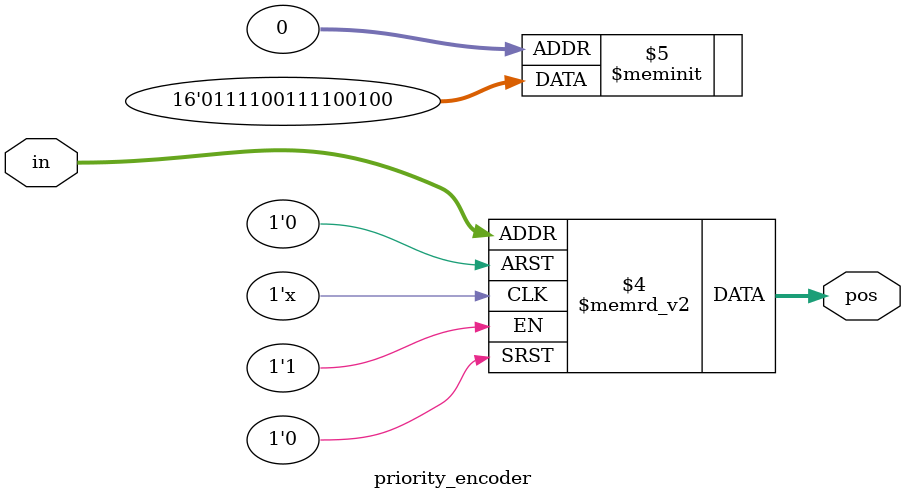
<source format=v>
module priority_encoder( 
input [2:0] in,
output reg [1:0] pos ); 
// When sel=1, assign b to out
always@(in or pos)
begin
case (in)
3'b000: pos <= 2'b00;
3'b001: pos <= 2'b01;
3'b010: pos <= 2'b10;
3'b011: pos <= 2'b11;
3'b100: pos <= 2'b01;
3'b101: pos <= 2'b10;
3'b110: pos <= 2'b11;
3'b111: pos <= 2'b01;
endcase
end
endmodule

</source>
